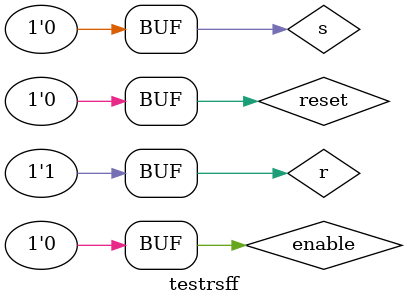
<source format=v>
module clockk(clck);
output reg clck;
initial clck=0;

always
begin
#1
clck=~clck;
end
endmodule





module srff(q,s,r,reset,enable,clock);

input wire s,r,reset,enable,clock;
output reg q;

always@(posedge clock or posedge reset)
begin

if(reset==1) 
begin
  q<=0;

end

else if ( enable== 1'b0)
begin

if(s==1'b0 && r==1'b1)
begin
q<=0;

end
else if(s==1'b1 && r==1'b0)
begin
q<=1;

end
else if(s==1'b1 && r==1'b1)
begin
q<=1'b0;

end
end
end
endmodule





module testrsff();

reg s,r,reset,enable;
wire q,clock;
srff sr1(q,s,r,reset,enable,clock);


initial
begin
$monitor("s=%b r=%b q=%b reset=%b enable=%b clock=%b",s,r,q,reset,enable,clock);

s=1;
r=0;
reset=0;
enable=0;
#3
s=0;
r=1;
reset=0;
enable=0;
#3
s=1;
r=0;
reset=0;
enable=0;
#3
s=0;
r=1;
reset=0;
enable=0;

end





clockk c1(clock);




endmodule





</source>
